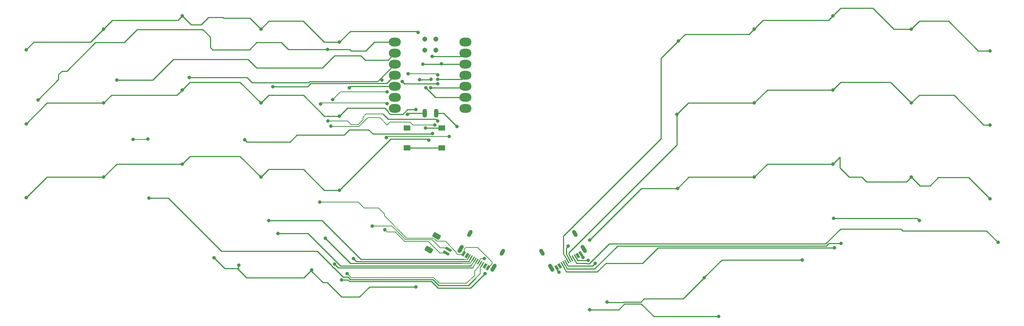
<source format=gbr>
%TF.GenerationSoftware,KiCad,Pcbnew,(6.0.8-1)-1*%
%TF.CreationDate,2022-11-15T13:56:25-05:00*%
%TF.ProjectId,kb2,6b62322e-6b69-4636-9164-5f7063625858,rev?*%
%TF.SameCoordinates,Original*%
%TF.FileFunction,Copper,L1,Top*%
%TF.FilePolarity,Positive*%
%FSLAX46Y46*%
G04 Gerber Fmt 4.6, Leading zero omitted, Abs format (unit mm)*
G04 Created by KiCad (PCBNEW (6.0.8-1)-1) date 2022-11-15 13:56:25*
%MOMM*%
%LPD*%
G01*
G04 APERTURE LIST*
G04 Aperture macros list*
%AMRoundRect*
0 Rectangle with rounded corners*
0 $1 Rounding radius*
0 $2 $3 $4 $5 $6 $7 $8 $9 X,Y pos of 4 corners*
0 Add a 4 corners polygon primitive as box body*
4,1,4,$2,$3,$4,$5,$6,$7,$8,$9,$2,$3,0*
0 Add four circle primitives for the rounded corners*
1,1,$1+$1,$2,$3*
1,1,$1+$1,$4,$5*
1,1,$1+$1,$6,$7*
1,1,$1+$1,$8,$9*
0 Add four rect primitives between the rounded corners*
20,1,$1+$1,$2,$3,$4,$5,0*
20,1,$1+$1,$4,$5,$6,$7,0*
20,1,$1+$1,$6,$7,$8,$9,0*
20,1,$1+$1,$8,$9,$2,$3,0*%
%AMHorizOval*
0 Thick line with rounded ends*
0 $1 width*
0 $2 $3 position (X,Y) of the first rounded end (center of the circle)*
0 $4 $5 position (X,Y) of the second rounded end (center of the circle)*
0 Add line between two ends*
20,1,$1,$2,$3,$4,$5,0*
0 Add two circle primitives to create the rounded ends*
1,1,$1,$2,$3*
1,1,$1,$4,$5*%
%AMRotRect*
0 Rectangle, with rotation*
0 The origin of the aperture is its center*
0 $1 length*
0 $2 width*
0 $3 Rotation angle, in degrees counterclockwise*
0 Add horizontal line*
21,1,$1,$2,0,0,$3*%
G04 Aperture macros list end*
%TA.AperFunction,SMDPad,CuDef*%
%ADD10RotRect,0.600000X1.160000X150.000000*%
%TD*%
%TA.AperFunction,SMDPad,CuDef*%
%ADD11RotRect,0.300000X1.160000X330.000000*%
%TD*%
%TA.AperFunction,ComponentPad*%
%ADD12HorizOval,0.900000X-0.275000X-0.476314X0.275000X0.476314X0*%
%TD*%
%TA.AperFunction,ComponentPad*%
%ADD13HorizOval,0.900000X-0.200000X-0.346410X0.200000X0.346410X0*%
%TD*%
%TA.AperFunction,SMDPad,CuDef*%
%ADD14R,1.550000X1.300000*%
%TD*%
%TA.AperFunction,SMDPad,CuDef*%
%ADD15O,2.748280X1.998980*%
%TD*%
%TA.AperFunction,SMDPad,CuDef*%
%ADD16O,1.016000X2.032000*%
%TD*%
%TA.AperFunction,SMDPad,CuDef*%
%ADD17C,1.143000*%
%TD*%
%TA.AperFunction,SMDPad,CuDef*%
%ADD18RoundRect,0.150000X-0.466266X0.442404X-0.616266X0.182596X0.466266X-0.442404X0.616266X-0.182596X0*%
%TD*%
%TA.AperFunction,SMDPad,CuDef*%
%ADD19RoundRect,0.250000X-0.387917X0.628109X-0.737917X0.021891X0.387917X-0.628109X0.737917X-0.021891X0*%
%TD*%
%TA.AperFunction,SMDPad,CuDef*%
%ADD20RotRect,0.600000X1.160000X210.000000*%
%TD*%
%TA.AperFunction,SMDPad,CuDef*%
%ADD21RotRect,0.300000X1.160000X30.000000*%
%TD*%
%TA.AperFunction,ComponentPad*%
%ADD22HorizOval,0.900000X0.275000X-0.476314X-0.275000X0.476314X0*%
%TD*%
%TA.AperFunction,ComponentPad*%
%ADD23HorizOval,0.900000X0.200000X-0.346410X-0.200000X0.346410X0*%
%TD*%
%TA.AperFunction,ViaPad*%
%ADD24C,0.800000*%
%TD*%
%TA.AperFunction,Conductor*%
%ADD25C,0.250000*%
%TD*%
%TA.AperFunction,Conductor*%
%ADD26C,0.200000*%
%TD*%
G04 APERTURE END LIST*
D10*
%TO.P,J2,A1,GND*%
%TO.N,return0*%
X147516281Y-113773724D03*
%TO.P,J2,A4,VBUS*%
%TO.N,unconnected-(J2-PadA4)*%
X146823461Y-113373724D03*
D11*
%TO.P,J2,A5,CC1*%
%TO.N,return4*%
X145827532Y-112798724D03*
%TO.P,J2,A6,D+*%
%TO.N,col5*%
X144961506Y-112298724D03*
%TO.P,J2,A7,D-*%
%TO.N,col7*%
X144528494Y-112048724D03*
%TO.P,J2,A8,SBU1*%
%TO.N,return2*%
X143662468Y-111548724D03*
D10*
%TO.P,J2,A9,VBUS*%
%TO.N,unconnected-(J2-PadA4)*%
X142666539Y-110973724D03*
%TO.P,J2,A12,GND*%
%TO.N,return0*%
X141973719Y-110573724D03*
%TO.P,J2,B1,GND*%
X141973719Y-110573724D03*
%TO.P,J2,B4,VBUS*%
%TO.N,unconnected-(J2-PadA4)*%
X142666539Y-110973724D03*
D11*
%TO.P,J2,B5,CC2*%
%TO.N,return3*%
X143229456Y-111298724D03*
%TO.P,J2,B6,D+*%
%TO.N,col4*%
X144095481Y-111798724D03*
%TO.P,J2,B7,D-*%
%TO.N,col6*%
X145394519Y-112548724D03*
%TO.P,J2,B8,SBU2*%
%TO.N,return1*%
X146260544Y-113048724D03*
D10*
%TO.P,J2,B9,VBUS*%
%TO.N,unconnected-(J2-PadA4)*%
X146823461Y-113373724D03*
%TO.P,J2,B12,GND*%
%TO.N,return0*%
X147516281Y-113773724D03*
D12*
%TO.P,J2,S1,SHIELD*%
%TO.N,unconnected-(J2-PadS1)*%
X141293770Y-109511429D03*
D13*
X150861230Y-110220103D03*
D12*
X148776230Y-113831429D03*
D13*
X143378770Y-105900103D03*
%TD*%
D14*
%TO.P,SW37,1,A*%
%TO.N,RST*%
X136980000Y-81750000D03*
X129020000Y-81750000D03*
%TO.P,SW37,2,B*%
%TO.N,GND*%
X136980000Y-86250000D03*
X129020000Y-86250000D03*
%TD*%
D15*
%TO.P,U1,1,PA02_A0_D0*%
%TO.N,return0*%
X126218710Y-62000490D03*
%TO.P,U1,2,PA4_A1_D1*%
%TO.N,return1*%
X126218710Y-64540490D03*
%TO.P,U1,3,PA10_A2_D2*%
%TO.N,return2*%
X126218710Y-67080490D03*
%TO.P,U1,4,PA11_A3_D3*%
%TO.N,return3*%
X126218710Y-69620490D03*
%TO.P,U1,5,PA8_A4_D4_SDA*%
%TO.N,return4*%
X126218710Y-72160490D03*
%TO.P,U1,6,PA9_A5_D5_SCL*%
%TO.N,unconnected-(U1-Pad6)*%
X126218710Y-74700490D03*
%TO.P,U1,7,PB08_A6_D6_TX*%
%TO.N,unconnected-(U1-Pad7)*%
X126218710Y-77240490D03*
%TO.P,U1,8,PB09_A7_D7_RX*%
%TO.N,ledTrig*%
X142383270Y-77240490D03*
%TO.P,U1,9,PA7_A8_D8_SCK*%
%TO.N,SCK*%
X142383270Y-74700490D03*
%TO.P,U1,10,PA5_A9_D9_MISO*%
%TO.N,MISO*%
X142383270Y-72160490D03*
%TO.P,U1,11,PA6_A10_D10_MOSI*%
%TO.N,MOSI*%
X142383270Y-69620490D03*
%TO.P,U1,12,3V3*%
%TO.N,+3V3*%
X142383270Y-67080490D03*
%TO.P,U1,13,GND*%
%TO.N,GND*%
X142383270Y-64540490D03*
%TO.P,U1,14,5V*%
%TO.N,unconnected-(U1-Pad14)*%
X142383270Y-62000490D03*
D16*
%TO.P,U1,15,RESET*%
%TO.N,RST*%
X133085590Y-78318310D03*
%TO.P,U1,16,BAT+*%
%TO.N,Net-(SW38-Pad2)*%
X135635590Y-78318310D03*
D17*
%TO.P,U1,17*%
%TO.N,N/C*%
X133084393Y-61314123D03*
%TO.P,U1,18*%
X135624393Y-61314123D03*
%TO.P,U1,19*%
X133084393Y-63854123D03*
%TO.P,U1,20*%
X135624393Y-63854123D03*
%TD*%
D18*
%TO.P,J1,1,Pin_1*%
%TO.N,Net-(SW38-Pad1)*%
X138482051Y-109566987D03*
%TO.P,J1,2,Pin_2*%
%TO.N,GND*%
X137982051Y-110433013D03*
D19*
%TO.P,J1,MP*%
%TO.N,N/C*%
X135776202Y-106503654D03*
X133976202Y-109621346D03*
%TD*%
D20*
%TO.P,J3,A1,GND*%
%TO.N,extrow0*%
X168804094Y-110573724D03*
%TO.P,J3,A4,VBUS*%
%TO.N,unconnected-(J3-PadA4)*%
X168111274Y-110973724D03*
D21*
%TO.P,J3,A5,CC1*%
%TO.N,extrow4*%
X167115345Y-111548724D03*
%TO.P,J3,A6,D+*%
%TO.N,extcol6*%
X166249319Y-112048724D03*
%TO.P,J3,A7,D-*%
%TO.N,extcol4*%
X165816307Y-112298724D03*
%TO.P,J3,A8,SBU1*%
%TO.N,extrow2*%
X164950281Y-112798724D03*
D20*
%TO.P,J3,A9,VBUS*%
%TO.N,unconnected-(J3-PadA4)*%
X163954352Y-113373724D03*
%TO.P,J3,A12,GND*%
%TO.N,extrow0*%
X163261532Y-113773724D03*
%TO.P,J3,B1,GND*%
X163261532Y-113773724D03*
%TO.P,J3,B4,VBUS*%
%TO.N,unconnected-(J3-PadA4)*%
X163954352Y-113373724D03*
D21*
%TO.P,J3,B5,CC2*%
%TO.N,extrow3*%
X164517269Y-113048724D03*
%TO.P,J3,B6,D+*%
%TO.N,extcol7*%
X165383294Y-112548724D03*
%TO.P,J3,B7,D-*%
%TO.N,extcol5*%
X166682332Y-111798724D03*
%TO.P,J3,B8,SBU2*%
%TO.N,extrow1*%
X167548357Y-111298724D03*
D20*
%TO.P,J3,B9,VBUS*%
%TO.N,unconnected-(J3-PadA4)*%
X168111274Y-110973724D03*
%TO.P,J3,B12,GND*%
%TO.N,extrow0*%
X168804094Y-110573724D03*
D22*
%TO.P,J3,S1,SHIELD*%
%TO.N,unconnected-(J3-PadS1)*%
X169484043Y-109511429D03*
D23*
X167399043Y-105900103D03*
D22*
X162001583Y-113831429D03*
D23*
X159916583Y-110220103D03*
%TD*%
D24*
%TO.N,return0*%
X44500000Y-75250000D03*
X109000000Y-98700000D03*
X110799999Y-63674999D03*
%TO.N,return1*%
X69850000Y-97800000D03*
X66250000Y-84350000D03*
X69600000Y-84300000D03*
X62500000Y-70750000D03*
%TO.N,return2*%
X123250000Y-70750000D03*
X79099999Y-70150001D03*
X116700000Y-111700000D03*
%TO.N,return3*%
X97350000Y-103000000D03*
X98250000Y-72250000D03*
%TO.N,return4*%
X115300000Y-115200000D03*
X115750000Y-72500000D03*
%TO.N,GND*%
X134500000Y-70500000D03*
X129150000Y-86000000D03*
X131825000Y-70600000D03*
X123900000Y-105100000D03*
X134700000Y-65300000D03*
%TO.N,col5*%
X112402033Y-112997967D03*
X110875000Y-80125000D03*
X136000000Y-80100000D03*
%TO.N,col7*%
X109200000Y-76200000D03*
X99400000Y-105900000D03*
X129250000Y-69300000D03*
X136000000Y-69500000D03*
X124425000Y-76150000D03*
%TO.N,col4*%
X111500500Y-81325000D03*
X135300000Y-81000000D03*
X110261826Y-107038174D03*
%TO.N,col6*%
X146675000Y-111725000D03*
X114000000Y-116600000D03*
X136000000Y-71600000D03*
X127875000Y-71075000D03*
X112000000Y-75200000D03*
X146825000Y-115200000D03*
X124375000Y-73450000D03*
%TO.N,extcol6*%
X190950000Y-95575000D03*
X208500000Y-93000000D03*
X226500000Y-90000000D03*
X170775000Y-107475000D03*
X165925000Y-108825000D03*
X262500000Y-98000000D03*
X244500000Y-93000000D03*
%TO.N,extcol4*%
X262500000Y-64000000D03*
X191150000Y-61775000D03*
X226500000Y-56000000D03*
X244500000Y-59000000D03*
X208500000Y-59000000D03*
%TO.N,extcol7*%
X197066345Y-116110312D03*
X219500000Y-112000000D03*
X174800000Y-121700000D03*
X172072442Y-112802960D03*
%TO.N,extcol5*%
X244500000Y-76000000D03*
X190825000Y-78575000D03*
X226500000Y-73000000D03*
X208500000Y-76000000D03*
X262500000Y-81000000D03*
%TO.N,col0*%
X41750000Y-63750000D03*
X77500000Y-56000000D03*
X95500000Y-59000000D03*
X131499999Y-59750001D03*
X113500000Y-62000000D03*
X59500000Y-59000000D03*
%TO.N,col1*%
X95500000Y-76000000D03*
X59500000Y-76000000D03*
X131025500Y-77492716D03*
X113500000Y-79000000D03*
X77500000Y-73000000D03*
X41750000Y-80750000D03*
%TO.N,col2*%
X77500000Y-90000000D03*
X113500000Y-96000000D03*
X95500000Y-93000000D03*
X41750000Y-97750000D03*
X133994898Y-84499500D03*
X59500000Y-93000000D03*
%TO.N,col3*%
X91800000Y-84400000D03*
X107172174Y-114298578D03*
X131000000Y-118174001D03*
X84750000Y-111500000D03*
X90500000Y-113200000D03*
X134836033Y-82975500D03*
%TO.N,RST*%
X133125000Y-78825000D03*
X133175000Y-81699500D03*
X129050000Y-81525000D03*
X129050000Y-78575000D03*
%TO.N,+3V3*%
X136850000Y-67025000D03*
X132625000Y-67067796D03*
%TO.N,SCK*%
X133333532Y-72500000D03*
%TO.N,MISO*%
X134400000Y-72500000D03*
%TO.N,MOSI*%
X136000000Y-70500000D03*
%TO.N,Net-(SW38-Pad2)*%
X140425000Y-81375000D03*
%TO.N,extrow0*%
X169300721Y-111411214D03*
X163800000Y-114825000D03*
%TO.N,extrow4*%
X264350000Y-108000000D03*
%TO.N,extrow2*%
X228350000Y-108225000D03*
%TO.N,extrow3*%
X226725000Y-102475000D03*
X226850000Y-109250000D03*
X246350000Y-103000000D03*
%TO.N,extrow1*%
X170439263Y-112135714D03*
X170825000Y-123425000D03*
X200350000Y-125000000D03*
%TO.N,Net-(SW38-Pad1)*%
X124200000Y-83900000D03*
X138625000Y-83675000D03*
X121024500Y-104279600D03*
%TD*%
D25*
%TO.N,extcol4*%
X165816307Y-112298724D02*
X164800000Y-110575000D01*
X164800000Y-110575000D02*
X164800000Y-106558900D01*
X187174999Y-65750001D02*
X191150000Y-61775000D01*
X164800000Y-106558900D02*
X187174999Y-84183901D01*
X187174999Y-84183901D02*
X187174999Y-65750001D01*
X208500000Y-59000000D02*
X210500000Y-57000000D01*
X210500000Y-57000000D02*
X225500000Y-57000000D01*
X225500000Y-57000000D02*
X226500000Y-56000000D01*
%TO.N,return0*%
X101776220Y-63674999D02*
X110799999Y-63674999D01*
D26*
X122438480Y-100100000D02*
X119165866Y-100100000D01*
X148427814Y-112431497D02*
X145157053Y-109160736D01*
X141754851Y-110792592D02*
X140555836Y-110792592D01*
D25*
X49174999Y-69451166D02*
X49951166Y-68674999D01*
X84448781Y-63750000D02*
X92876165Y-63750000D01*
D26*
X140555836Y-110792592D02*
X140274500Y-110511256D01*
X142463393Y-109160736D02*
X142224129Y-109400000D01*
D25*
X94526166Y-62099999D02*
X100201220Y-62099999D01*
X57650001Y-62099999D02*
X64201220Y-62099999D01*
X119513698Y-64000001D02*
X121513209Y-62000490D01*
X44500000Y-75250000D02*
X49174999Y-70575001D01*
X83900001Y-63201220D02*
X84448781Y-63750000D01*
X51075001Y-68674999D02*
X57650001Y-62099999D01*
D26*
X137753657Y-107721985D02*
X135854243Y-107721985D01*
D25*
X67201220Y-59099999D02*
X82201220Y-59099999D01*
D26*
X148300000Y-113125000D02*
X148300000Y-113097791D01*
X140274500Y-110242828D02*
X137753657Y-107721985D01*
D25*
X121513209Y-62000490D02*
X126218710Y-62000490D01*
D26*
X117765866Y-98700000D02*
X109000000Y-98700000D01*
D25*
X116212993Y-64000001D02*
X119513698Y-64000001D01*
D26*
X119165866Y-100100000D02*
X117765866Y-98700000D01*
X123800001Y-101900001D02*
X123800001Y-101461521D01*
X148427814Y-112934904D02*
X148427814Y-112431497D01*
D25*
X83900001Y-60798780D02*
X83900001Y-63201220D01*
X100201220Y-62099999D02*
X101776220Y-63674999D01*
D26*
X148379903Y-113017888D02*
X148427814Y-112934904D01*
D25*
X49174999Y-70575001D02*
X49174999Y-69451166D01*
X110799999Y-63674999D02*
X115887991Y-63674999D01*
D26*
X134835897Y-107000000D02*
X128900000Y-107000000D01*
X128900000Y-107000000D02*
X123800001Y-101900001D01*
D25*
X92876165Y-63750000D02*
X94526166Y-62099999D01*
D26*
X135854243Y-107721985D02*
X135537093Y-107404835D01*
D25*
X49951166Y-68674999D02*
X51075001Y-68674999D01*
X64201220Y-62099999D02*
X67201220Y-59099999D01*
D26*
X148300000Y-113097791D02*
X148379903Y-113017888D01*
D25*
X82201220Y-59099999D02*
X83900001Y-60798780D01*
D26*
X123800001Y-101461521D02*
X122438480Y-100100000D01*
X145157053Y-109160736D02*
X142463393Y-109160736D01*
X142122186Y-109576570D02*
X142122186Y-110425257D01*
X142224129Y-109400000D02*
X142122186Y-109576570D01*
X147626276Y-113773724D02*
X148300000Y-113125000D01*
X140274500Y-110511256D02*
X140274500Y-110242828D01*
D25*
X115887991Y-63674999D02*
X116212993Y-64000001D01*
D26*
X135537093Y-107404835D02*
X134835897Y-107000000D01*
D25*
%TO.N,return1*%
X112400001Y-65099999D02*
X118412993Y-65099999D01*
D26*
X146260544Y-113048724D02*
X145725000Y-113925000D01*
D25*
X115450164Y-115950499D02*
X116024166Y-116524501D01*
X124659199Y-66100001D02*
X126218710Y-64540490D01*
X92601164Y-65974999D02*
X94526166Y-67900001D01*
D26*
X145725000Y-115175000D02*
X144699501Y-116200499D01*
D25*
X118412993Y-65099999D02*
X119412995Y-66100001D01*
X75513298Y-65974999D02*
X92601164Y-65974999D01*
X69850000Y-97800000D02*
X74311703Y-97800000D01*
X94526166Y-67900001D02*
X109599999Y-67900001D01*
X114350499Y-115950499D02*
X115450164Y-115950499D01*
X112101935Y-113826533D02*
X112226533Y-113826533D01*
X136261395Y-117900000D02*
X143000000Y-117900000D01*
X111677533Y-113402131D02*
X112101935Y-113826533D01*
X70738297Y-70750000D02*
X75513298Y-65974999D01*
X119412995Y-66100001D02*
X124659199Y-66100001D01*
X109599999Y-67900001D02*
X112400001Y-65099999D01*
X143000000Y-117900000D02*
X144699501Y-116200499D01*
D26*
X69550000Y-84350000D02*
X69600000Y-84300000D01*
D25*
X134885896Y-116524501D02*
X136261395Y-117900000D01*
X108375000Y-109975000D02*
X111677533Y-113277533D01*
X111677533Y-113277533D02*
X111677533Y-113402131D01*
X74311703Y-97800000D02*
X86486703Y-109975000D01*
X86486703Y-109975000D02*
X108375000Y-109975000D01*
X116024166Y-116524501D02*
X134885896Y-116524501D01*
D26*
X66250000Y-84350000D02*
X69550000Y-84350000D01*
X146260544Y-113048724D02*
X145775000Y-113800000D01*
D25*
X62500000Y-70750000D02*
X70738297Y-70750000D01*
X112226533Y-113826533D02*
X114350499Y-115950499D01*
D26*
X145725000Y-113925000D02*
X145725000Y-115175000D01*
D25*
%TO.N,return2*%
X141742306Y-112377996D02*
X141717805Y-112353495D01*
X79099999Y-70150001D02*
X92338298Y-70150001D01*
X106472074Y-71325001D02*
X106741852Y-71055223D01*
X122774600Y-70524600D02*
X123024600Y-70524600D01*
D26*
X143662468Y-111548724D02*
X143287024Y-112187024D01*
D25*
X117353495Y-112353495D02*
X116700000Y-111700000D01*
X122774600Y-70524600D02*
X126218710Y-67080490D01*
X141717805Y-112353495D02*
X117353495Y-112353495D01*
X143096052Y-112377996D02*
X141742306Y-112377996D01*
X123024600Y-70524600D02*
X123250000Y-70750000D01*
X106741852Y-71055223D02*
X122243977Y-71055223D01*
X143287024Y-112187024D02*
X143096052Y-112377996D01*
X92338298Y-70150001D02*
X93513298Y-71325001D01*
X93513298Y-71325001D02*
X106472074Y-71325001D01*
D26*
X143287024Y-112187024D02*
X143189401Y-112352996D01*
D25*
X122243977Y-71055223D02*
X122774600Y-70524600D01*
%TO.N,return3*%
X124334476Y-71504724D02*
X126218710Y-69620490D01*
D26*
X142864025Y-111928495D02*
X141928495Y-111928495D01*
D25*
X109511703Y-103000000D02*
X118411703Y-111900000D01*
X97350000Y-103000000D02*
X109511703Y-103000000D01*
X141900000Y-111900000D02*
X141928495Y-111928495D01*
X106182765Y-72250000D02*
X106928041Y-71504724D01*
X118411703Y-111900000D02*
X141900000Y-111900000D01*
D26*
X143229456Y-111298724D02*
X142864025Y-111928495D01*
D25*
X98250000Y-72250000D02*
X106182765Y-72250000D01*
X106928041Y-71504724D02*
X124334476Y-71504724D01*
D26*
%TO.N,return4*%
X142600000Y-117400000D02*
X136400000Y-117400000D01*
X144449002Y-114550998D02*
X144449002Y-115550998D01*
X145827532Y-112798724D02*
X145325000Y-113675000D01*
D25*
X116089510Y-72160490D02*
X126218710Y-72160490D01*
X115750000Y-72500000D02*
X116089510Y-72160490D01*
D26*
X136400000Y-117400000D02*
X135100000Y-116100000D01*
X135100000Y-116100000D02*
X116200000Y-116100000D01*
X145325000Y-113675000D02*
X144449002Y-114550998D01*
X116200000Y-116100000D02*
X115300000Y-115200000D01*
X144449002Y-115550998D02*
X142600000Y-117400000D01*
%TO.N,GND*%
X133874501Y-107799501D02*
X128499837Y-107799501D01*
D25*
X134700000Y-65300000D02*
X141623760Y-65300000D01*
D26*
X128499837Y-107799501D02*
X126275834Y-105575499D01*
X126275834Y-105575499D02*
X124375499Y-105575499D01*
D25*
X131825000Y-70600000D02*
X134400000Y-70600000D01*
D26*
X136508013Y-110433013D02*
X133874501Y-107799501D01*
X137982051Y-110433013D02*
X136508013Y-110433013D01*
D25*
X134400000Y-70600000D02*
X134500000Y-70500000D01*
D26*
X124375499Y-105575499D02*
X123900000Y-105100000D01*
D25*
X129400000Y-86250000D02*
X136980000Y-86250000D01*
D26*
%TO.N,col5*%
X117776651Y-80975001D02*
X118875001Y-79876651D01*
X110875000Y-80125000D02*
X115373348Y-80125000D01*
X115373348Y-80125000D02*
X116223349Y-80975001D01*
X116223349Y-80975001D02*
X117776651Y-80975001D01*
D25*
X135600000Y-79700000D02*
X136000000Y-80100000D01*
X124700000Y-79700000D02*
X135600000Y-79700000D01*
X123500000Y-78500000D02*
X124700000Y-79700000D01*
D26*
X118875001Y-79250000D02*
X119625001Y-78500000D01*
X118875001Y-79876651D02*
X118875001Y-79250000D01*
X119625001Y-78500000D02*
X123500000Y-78500000D01*
D25*
X144017070Y-113800000D02*
X144158535Y-113658535D01*
D26*
X144075000Y-113800000D02*
X144065447Y-113800000D01*
D25*
X113204066Y-113800000D02*
X144017070Y-113800000D01*
D26*
X144158535Y-113658535D02*
X144075000Y-113800000D01*
X144961506Y-112298724D02*
X144158535Y-113658535D01*
D25*
X112402033Y-112997967D02*
X113204066Y-113800000D01*
D26*
%TO.N,col7*%
X129250000Y-69300000D02*
X129274500Y-69275500D01*
X144124002Y-112741313D02*
X143682658Y-113182658D01*
X124425000Y-76150000D02*
X124200000Y-75925000D01*
D25*
X106328664Y-105900000D02*
X113779163Y-113350499D01*
X99400000Y-105900000D02*
X106328664Y-105900000D01*
D26*
X135775500Y-69275500D02*
X136000000Y-69500000D01*
D25*
X143514817Y-113350499D02*
X143682658Y-113182658D01*
D26*
X143682658Y-113182658D02*
X143641313Y-113224002D01*
X144124002Y-112699089D02*
X144124002Y-112741313D01*
D25*
X113779163Y-113350499D02*
X143514817Y-113350499D01*
D26*
X129274500Y-69275500D02*
X135775500Y-69275500D01*
X144526276Y-112048724D02*
X144124002Y-112699089D01*
X124200000Y-75925000D02*
X109475000Y-75925000D01*
X109475000Y-75925000D02*
X109200000Y-76200000D01*
%TO.N,col4*%
X143275163Y-112824501D02*
X141475499Y-112824501D01*
X143324165Y-112775499D02*
X143275163Y-112824501D01*
D25*
X115991293Y-112802996D02*
X110261826Y-107073529D01*
D26*
X144095481Y-111798724D02*
X143724501Y-112428904D01*
X130295000Y-81000000D02*
X129695000Y-80400000D01*
D25*
X141453994Y-112802996D02*
X115991293Y-112802996D01*
D26*
X122776651Y-79324999D02*
X120039981Y-79324999D01*
X129695000Y-80400000D02*
X125051652Y-80400000D01*
X125051652Y-80400000D02*
X124451652Y-81000000D01*
X143377906Y-112775499D02*
X143324165Y-112775499D01*
D25*
X141475499Y-112824501D02*
X141453994Y-112802996D01*
X110261826Y-107073529D02*
X110261826Y-107038174D01*
D26*
X117990478Y-81374502D02*
X111550002Y-81374502D01*
X135300000Y-81000000D02*
X130295000Y-81000000D01*
X120039981Y-79324999D02*
X117990478Y-81374502D01*
X124451652Y-81000000D02*
X122776651Y-79324999D01*
X143724501Y-112428904D02*
X143377906Y-112775499D01*
X111550002Y-81374502D02*
X111500500Y-81325000D01*
%TO.N,col6*%
X145775000Y-111825000D02*
X145394519Y-112548724D01*
D25*
X128400000Y-71600000D02*
X136000000Y-71600000D01*
X146825000Y-115200000D02*
X143525000Y-118500000D01*
D26*
X113750000Y-73450000D02*
X112000000Y-75200000D01*
D25*
X136100000Y-118500000D02*
X134574002Y-116974002D01*
X127875000Y-71075000D02*
X128400000Y-71600000D01*
X143525000Y-118500000D02*
X136100000Y-118500000D01*
D26*
X146675000Y-111725000D02*
X145875000Y-111725000D01*
D25*
X115463975Y-116600000D02*
X114000000Y-116600000D01*
X115837977Y-116974002D02*
X115463975Y-116600000D01*
D26*
X124375000Y-73450000D02*
X113750000Y-73450000D01*
X145875000Y-111725000D02*
X145775000Y-111825000D01*
D25*
X134574002Y-116974002D02*
X115837977Y-116974002D01*
%TO.N,extcol6*%
X190950000Y-95575000D02*
X193525000Y-93000000D01*
X233112992Y-93000000D02*
X234212993Y-94100001D01*
X208500000Y-93000000D02*
X211500000Y-90000000D01*
X246500001Y-95000001D02*
X248787007Y-95000001D01*
X226500000Y-90000000D02*
X228099999Y-88400001D01*
X165475000Y-109275000D02*
X165925000Y-108825000D01*
X248787007Y-95000001D02*
X250687008Y-93100000D01*
X165475000Y-110700000D02*
X166249319Y-112048724D01*
X250687008Y-93100000D02*
X257600000Y-93100000D01*
X257600000Y-93100000D02*
X262500000Y-98000000D01*
X193525000Y-93000000D02*
X208500000Y-93000000D01*
X234212993Y-94100001D02*
X243399999Y-94100001D01*
X243399999Y-94100001D02*
X244500000Y-93000000D01*
X230212992Y-93000000D02*
X233112992Y-93000000D01*
X165475000Y-110700000D02*
X165475000Y-109275000D01*
X182675000Y-95575000D02*
X190950000Y-95575000D01*
X228099999Y-90887007D02*
X230212992Y-93000000D01*
X244500000Y-93000000D02*
X246500001Y-95000001D01*
X170775000Y-107475000D02*
X182675000Y-95575000D01*
X211500000Y-90000000D02*
X226500000Y-90000000D01*
X228099999Y-88400001D02*
X228099999Y-90887007D01*
%TO.N,extcol4*%
X191150000Y-61775000D02*
X192725001Y-60199999D01*
X207300001Y-60199999D02*
X208500000Y-59000000D01*
X253023222Y-57199999D02*
X259823223Y-64000000D01*
X235699999Y-54199999D02*
X240500000Y-59000000D01*
X192725001Y-60199999D02*
X207300001Y-60199999D01*
X228300001Y-54199999D02*
X235699999Y-54199999D01*
X259823223Y-64000000D02*
X262500000Y-64000000D01*
X244500000Y-59000000D02*
X246300001Y-57199999D01*
X240500000Y-59000000D02*
X244500000Y-59000000D01*
X246300001Y-57199999D02*
X253023222Y-57199999D01*
X226500000Y-56000000D02*
X228300001Y-54199999D01*
%TO.N,extcol7*%
X178472638Y-121790451D02*
X178612591Y-121650498D01*
X183295207Y-120925000D02*
X192251657Y-120925000D01*
X165850000Y-113350000D02*
X171525402Y-113350000D01*
X182569709Y-121650498D02*
X183295207Y-120925000D01*
X174890451Y-121790451D02*
X178472638Y-121790451D01*
X171525402Y-113350000D02*
X172072442Y-112802960D01*
X165383294Y-112548724D02*
X165850000Y-113350000D01*
X174800000Y-121700000D02*
X174890451Y-121790451D01*
X197066345Y-116110312D02*
X197066345Y-116020653D01*
X178612591Y-121650498D02*
X182569709Y-121650498D01*
X197066345Y-116020653D02*
X201086998Y-112000000D01*
X192251657Y-120925000D02*
X197066345Y-116110312D01*
X201086998Y-112000000D02*
X219500000Y-112000000D01*
%TO.N,extcol5*%
X166100000Y-110325000D02*
X190825000Y-85600000D01*
X190825000Y-85600000D02*
X190825000Y-78575000D01*
X254272745Y-74199999D02*
X261072746Y-81000000D01*
X239699999Y-71199999D02*
X244500000Y-76000000D01*
X246300001Y-74199999D02*
X254272745Y-74199999D01*
X244500000Y-76000000D02*
X246300001Y-74199999D01*
X208500000Y-76000000D02*
X211500000Y-73000000D01*
X261072746Y-81000000D02*
X262500000Y-81000000D01*
X226500000Y-73000000D02*
X228300001Y-71199999D01*
X166100000Y-110750000D02*
X166100000Y-110325000D01*
X228300001Y-71199999D02*
X239699999Y-71199999D01*
X211500000Y-73000000D02*
X226500000Y-73000000D01*
X190825000Y-78575000D02*
X193400000Y-76000000D01*
X193400000Y-76000000D02*
X208500000Y-76000000D01*
X166682332Y-111782332D02*
X166100000Y-110750000D01*
%TO.N,col0*%
X113500000Y-62000000D02*
X116000000Y-59500000D01*
X105199999Y-57199999D02*
X110000000Y-62000000D01*
X83487009Y-56299999D02*
X86787007Y-56299999D01*
X77500000Y-56000000D02*
X79500001Y-58000001D01*
X93000000Y-56500000D02*
X95500000Y-59000000D01*
X110000000Y-62000000D02*
X113500000Y-62000000D01*
X86987008Y-56500000D02*
X93000000Y-56500000D01*
X43500000Y-62000000D02*
X56500000Y-62000000D01*
X97300001Y-57199999D02*
X105199999Y-57199999D01*
X86787007Y-56299999D02*
X86987008Y-56500000D01*
X95500000Y-59000000D02*
X97300001Y-57199999D01*
X131249998Y-59500000D02*
X131499999Y-59750001D01*
X41750000Y-63750000D02*
X43500000Y-62000000D01*
X59500000Y-59000000D02*
X61500000Y-57000000D01*
X81787007Y-58000001D02*
X83487009Y-56299999D01*
X79500001Y-58000001D02*
X81787007Y-58000001D01*
X61500000Y-57000000D02*
X76500000Y-57000000D01*
X76500000Y-57000000D02*
X77500000Y-56000000D01*
X116000000Y-59500000D02*
X131249998Y-59500000D01*
X56500000Y-62000000D02*
X59500000Y-59000000D01*
%TO.N,col1*%
X125115315Y-78564980D02*
X128035422Y-78564980D01*
X115349501Y-77150499D02*
X123900834Y-77150499D01*
X124624501Y-77874166D02*
X124624501Y-78074166D01*
X124624501Y-78074166D02*
X125115315Y-78564980D01*
X129107686Y-77492716D02*
X131025500Y-77492716D01*
X105243780Y-74199999D02*
X110043781Y-79000000D01*
X41750000Y-80750000D02*
X46500000Y-76000000D01*
X128035422Y-78564980D02*
X129107686Y-77492716D01*
X90699999Y-71199999D02*
X95500000Y-76000000D01*
X95500000Y-76000000D02*
X97300001Y-74199999D01*
X77500000Y-73000000D02*
X79300001Y-71199999D01*
X79300001Y-71199999D02*
X90699999Y-71199999D01*
X61300001Y-74199999D02*
X76300001Y-74199999D01*
X97300001Y-74199999D02*
X105243780Y-74199999D01*
X113500000Y-79000000D02*
X115349501Y-77150499D01*
X76300001Y-74199999D02*
X77500000Y-73000000D01*
X123900834Y-77150499D02*
X124624501Y-77874166D01*
X110043781Y-79000000D02*
X113500000Y-79000000D01*
X46500000Y-76000000D02*
X59500000Y-76000000D01*
X59500000Y-76000000D02*
X61300001Y-74199999D01*
%TO.N,col2*%
X110043781Y-96000000D02*
X113500000Y-96000000D01*
X95500000Y-93000000D02*
X97300001Y-91199999D01*
X105243780Y-91199999D02*
X110043781Y-96000000D01*
X46500000Y-93000000D02*
X59500000Y-93000000D01*
X79300001Y-88199999D02*
X90699999Y-88199999D01*
X41750000Y-97750000D02*
X46500000Y-93000000D01*
X77500000Y-90000000D02*
X79300001Y-88199999D01*
X133719899Y-84224501D02*
X133994898Y-84499500D01*
X90699999Y-88199999D02*
X95500000Y-93000000D01*
X113500000Y-96000000D02*
X125275499Y-84224501D01*
X125275499Y-84224501D02*
X133719899Y-84224501D01*
X59500000Y-93000000D02*
X62500000Y-90000000D01*
X62500000Y-90000000D02*
X77500000Y-90000000D01*
X97300001Y-91199999D02*
X105243780Y-91199999D01*
%TO.N,col3*%
X134699999Y-83100001D02*
X134900000Y-82900000D01*
D26*
X134836033Y-82975500D02*
X134836033Y-82963967D01*
D25*
X84750000Y-111537008D02*
X87212993Y-114000001D01*
X114026135Y-120523578D02*
X118076422Y-120523578D01*
X103774999Y-83325001D02*
X114573778Y-83325001D01*
X92212993Y-116100001D02*
X105370751Y-116100001D01*
X90356496Y-114243504D02*
X92212993Y-116100001D01*
X110703596Y-117201039D02*
X114026135Y-120523578D01*
X102199999Y-84900001D02*
X103774999Y-83325001D01*
X114573778Y-83325001D02*
X115798780Y-82099999D01*
X90112993Y-114000001D02*
X90356496Y-114243504D01*
X84750000Y-111500000D02*
X84750000Y-111537008D01*
X109740025Y-117201039D02*
X110703596Y-117201039D01*
X118076422Y-120523578D02*
X120425999Y-118174001D01*
X115798780Y-82099999D02*
X120212991Y-82099999D01*
X105370751Y-116100001D02*
X107172174Y-114298578D01*
X121212993Y-83100001D02*
X134699999Y-83100001D01*
X91800000Y-84400000D02*
X92300001Y-84900001D01*
X90356496Y-113343504D02*
X90500000Y-113200000D01*
X107172174Y-114633188D02*
X109740025Y-117201039D01*
X90356496Y-114243504D02*
X90356496Y-113343504D01*
X120425999Y-118174001D02*
X131000000Y-118174001D01*
X107172174Y-114298578D02*
X107172174Y-114633188D01*
D26*
X134836033Y-82963967D02*
X134900000Y-82900000D01*
D25*
X92300001Y-84900001D02*
X102199999Y-84900001D01*
X87212993Y-114000001D02*
X90112993Y-114000001D01*
X120212991Y-82099999D02*
X121212993Y-83100001D01*
%TO.N,RST*%
X136980000Y-81750000D02*
X133225500Y-81750000D01*
X133225500Y-81750000D02*
X133175000Y-81699500D01*
X129050000Y-78575000D02*
X129306690Y-78318310D01*
X129306690Y-78318310D02*
X133085590Y-78318310D01*
%TO.N,+3V3*%
X142383270Y-67080490D02*
X136905490Y-67080490D01*
X136807204Y-67067796D02*
X136850000Y-67025000D01*
X136905490Y-67080490D02*
X136850000Y-67025000D01*
X132625000Y-67067796D02*
X136807204Y-67067796D01*
%TO.N,SCK*%
X142383270Y-74700490D02*
X135534022Y-74700490D01*
X135534022Y-74700490D02*
X133333532Y-72500000D01*
%TO.N,MISO*%
X142043760Y-72500000D02*
X134400000Y-72500000D01*
%TO.N,MOSI*%
X142383270Y-69620490D02*
X141503760Y-70500000D01*
X141503760Y-70500000D02*
X136000000Y-70500000D01*
%TO.N,Net-(SW38-Pad2)*%
X137368310Y-78318310D02*
X140425000Y-81375000D01*
X135635590Y-78318310D02*
X137368310Y-78318310D01*
%TO.N,extrow0*%
X168804094Y-110573724D02*
X169300721Y-111070351D01*
X163261532Y-114286532D02*
X163800000Y-114825000D01*
X169300721Y-111070351D02*
X169300721Y-111411214D01*
X163261532Y-113773724D02*
X163261532Y-114286532D01*
%TO.N,extrow4*%
X228275000Y-104875000D02*
X242063297Y-104875000D01*
X170103951Y-112825000D02*
X170139165Y-112860214D01*
X167115345Y-111548724D02*
X167850000Y-112825000D01*
X242513298Y-105325001D02*
X261675001Y-105325001D01*
X167850000Y-112825000D02*
X170103951Y-112825000D01*
X170139165Y-112860214D02*
X170739361Y-112860214D01*
X224824999Y-108325001D02*
X228275000Y-104875000D01*
X175274574Y-108325001D02*
X224824999Y-108325001D01*
X242063297Y-104875000D02*
X242513298Y-105325001D01*
X170739361Y-112860214D02*
X175274574Y-108325001D01*
X261675001Y-105325001D02*
X264350000Y-108000000D01*
%TO.N,extrow2*%
X164950281Y-112798724D02*
X165675000Y-114025000D01*
X165675000Y-114025000D02*
X164950000Y-112825000D01*
X177200498Y-108774502D02*
X225011188Y-108774502D01*
X225011188Y-108774502D02*
X225560690Y-108225000D01*
X171950000Y-114025000D02*
X177200498Y-108774502D01*
X225560690Y-108225000D02*
X228350000Y-108225000D01*
X165675000Y-114025000D02*
X171950000Y-114025000D01*
%TO.N,extrow3*%
X172535690Y-114725000D02*
X174511688Y-112749002D01*
X186446380Y-109250000D02*
X226850000Y-109250000D01*
X165500000Y-114725000D02*
X164525000Y-113050000D01*
X164517269Y-113048724D02*
X165500000Y-114725000D01*
X165500000Y-114725000D02*
X172535690Y-114725000D01*
X174511688Y-112749002D02*
X182947378Y-112749002D01*
X182947378Y-112749002D02*
X186446380Y-109250000D01*
X226725000Y-102475000D02*
X245825000Y-102475000D01*
X245825000Y-102475000D02*
X246350000Y-103000000D01*
%TO.N,extrow1*%
X167548357Y-111298724D02*
X168075000Y-112200000D01*
X168039286Y-112135714D02*
X167575000Y-111300000D01*
X182599999Y-122099999D02*
X185500000Y-125000000D01*
X170825000Y-123425000D02*
X177473779Y-123425000D01*
X178798780Y-122099999D02*
X182599999Y-122099999D01*
X185500000Y-125000000D02*
X200350000Y-125000000D01*
X168075000Y-112200000D02*
X168039286Y-112135714D01*
X177473779Y-123425000D02*
X178798780Y-122099999D01*
X168039286Y-112135714D02*
X170439263Y-112135714D01*
D26*
%TO.N,Net-(SW38-Pad1)*%
X125544916Y-104279600D02*
X121024500Y-104279600D01*
X136577012Y-109247296D02*
X134729716Y-107400000D01*
X134729716Y-107400000D02*
X128665316Y-107400000D01*
X128665316Y-107400000D02*
X125544916Y-104279600D01*
X124425000Y-83675000D02*
X124200000Y-83900000D01*
X138625000Y-83675000D02*
X124425000Y-83675000D01*
X138162360Y-109247296D02*
X136577012Y-109247296D01*
%TD*%
M02*

</source>
